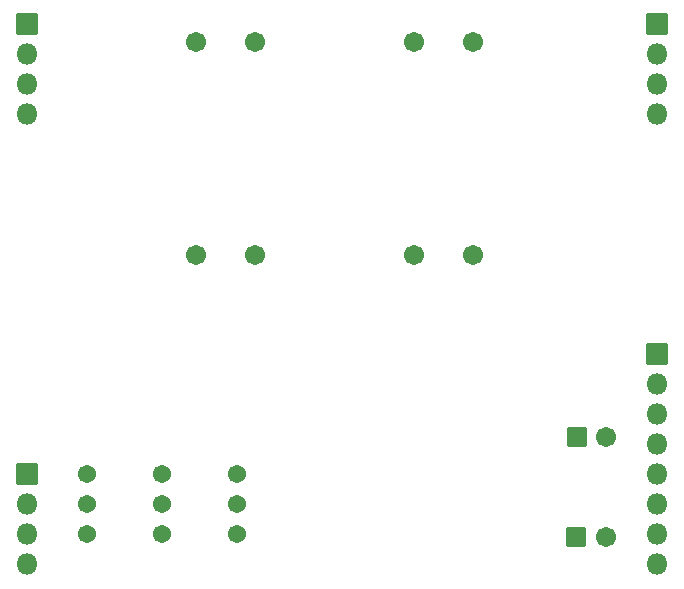
<source format=gbs>
G04 #@! TF.GenerationSoftware,KiCad,Pcbnew,6.0.5-2.fc35*
G04 #@! TF.CreationDate,2022-05-29T07:31:38-04:00*
G04 #@! TF.ProjectId,SSI2140_LPF_plug_in_board,53534932-3134-4305-9f4c-50465f706c75,0*
G04 #@! TF.SameCoordinates,Original*
G04 #@! TF.FileFunction,Soldermask,Bot*
G04 #@! TF.FilePolarity,Negative*
%FSLAX46Y46*%
G04 Gerber Fmt 4.6, Leading zero omitted, Abs format (unit mm)*
G04 Created by KiCad (PCBNEW 6.0.5-2.fc35) date 2022-05-29 07:31:38*
%MOMM*%
%LPD*%
G01*
G04 APERTURE LIST*
G04 Aperture macros list*
%AMRoundRect*
0 Rectangle with rounded corners*
0 $1 Rounding radius*
0 $2 $3 $4 $5 $6 $7 $8 $9 X,Y pos of 4 corners*
0 Add a 4 corners polygon primitive as box body*
4,1,4,$2,$3,$4,$5,$6,$7,$8,$9,$2,$3,0*
0 Add four circle primitives for the rounded corners*
1,1,$1+$1,$2,$3*
1,1,$1+$1,$4,$5*
1,1,$1+$1,$6,$7*
1,1,$1+$1,$8,$9*
0 Add four rect primitives between the rounded corners*
20,1,$1+$1,$2,$3,$4,$5,0*
20,1,$1+$1,$4,$5,$6,$7,0*
20,1,$1+$1,$6,$7,$8,$9,0*
20,1,$1+$1,$8,$9,$2,$3,0*%
G04 Aperture macros list end*
%ADD10C,1.702000*%
%ADD11RoundRect,0.051000X-0.800000X-0.800000X0.800000X-0.800000X0.800000X0.800000X-0.800000X0.800000X0*%
%ADD12C,1.542000*%
%ADD13RoundRect,0.051000X0.850000X0.850000X-0.850000X0.850000X-0.850000X-0.850000X0.850000X-0.850000X0*%
%ADD14O,1.802000X1.802000*%
G04 APERTURE END LIST*
D10*
X113284000Y-88138000D03*
X108284000Y-88138000D03*
X113284000Y-70104000D03*
X108284000Y-70104000D03*
D11*
X140549621Y-103505000D03*
D10*
X143049621Y-103505000D03*
D12*
X99060000Y-106680000D03*
X99060000Y-109220000D03*
X99060000Y-111760000D03*
X111760000Y-106680000D03*
X111760000Y-109220000D03*
X111760000Y-111760000D03*
D10*
X126786000Y-70104000D03*
X131786000Y-70104000D03*
D11*
X140502000Y-112014000D03*
D10*
X143002000Y-112014000D03*
X126786000Y-88138000D03*
X131786000Y-88138000D03*
D12*
X105410000Y-106680000D03*
X105410000Y-109220000D03*
X105410000Y-111760000D03*
D13*
X93980000Y-68580000D03*
D14*
X93980000Y-71120000D03*
X93980000Y-73660000D03*
X93980000Y-76200000D03*
D13*
X93980000Y-106680000D03*
D14*
X93980000Y-109220000D03*
X93980000Y-111760000D03*
X93980000Y-114300000D03*
D13*
X147320000Y-68580000D03*
D14*
X147320000Y-71120000D03*
X147320000Y-73660000D03*
X147320000Y-76200000D03*
D13*
X147320000Y-96520000D03*
D14*
X147320000Y-99060000D03*
X147320000Y-101600000D03*
X147320000Y-104140000D03*
X147320000Y-106680000D03*
X147320000Y-109220000D03*
X147320000Y-111760000D03*
X147320000Y-114300000D03*
M02*

</source>
